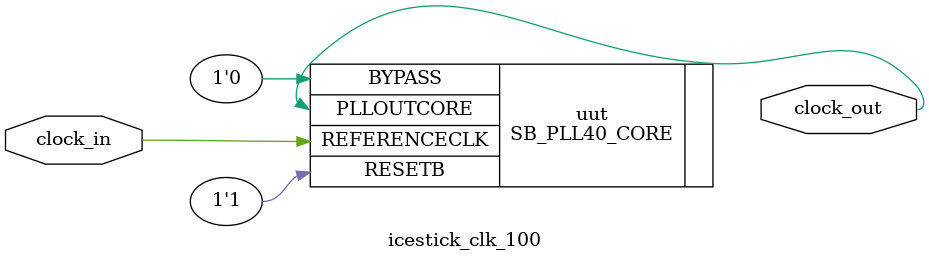
<source format=v>
module icestick_clk_100(     
  input  clock_in,
  output clock_out
);

  SB_PLL40_CORE #(.FEEDBACK_PATH("SIMPLE"),
                  .PLLOUT_SELECT("GENCLK"),
                  .DIVR(4'b0000),
                  .DIVF(7'b1000010), 
                  .DIVQ(3'b011),
                  .FILTER_RANGE(3'b001),
                 ) uut (
                         .REFERENCECLK(clock_in),
                         .PLLOUTCORE(clock_out),
                         .RESETB(1'b1),
                         .BYPASS(1'b0)
                        );

endmodule

</source>
